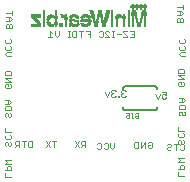
<source format=gbo>
G75*
%MOIN*%
%OFA0B0*%
%FSLAX24Y24*%
%IPPOS*%
%LPD*%
%AMOC8*
5,1,8,0,0,1.08239X$1,22.5*
%
%ADD10C,0.0040*%
%ADD11C,0.0020*%
%ADD12R,0.0042X0.0007*%
%ADD13R,0.0035X0.0007*%
%ADD14R,0.0028X0.0007*%
%ADD15R,0.0099X0.0007*%
%ADD16R,0.0106X0.0007*%
%ADD17R,0.0092X0.0007*%
%ADD18R,0.0120X0.0007*%
%ADD19R,0.0113X0.0007*%
%ADD20R,0.0085X0.0007*%
%ADD21R,0.0333X0.0007*%
%ADD22R,0.0099X0.0007*%
%ADD23R,0.0106X0.0007*%
%ADD24R,0.0092X0.0007*%
%ADD25R,0.0163X0.0007*%
%ADD26R,0.0149X0.0007*%
%ADD27R,0.0092X0.0007*%
%ADD28R,0.0127X0.0007*%
%ADD29R,0.0333X0.0007*%
%ADD30R,0.0099X0.0007*%
%ADD31R,0.0106X0.0007*%
%ADD32R,0.0092X0.0007*%
%ADD33R,0.0113X0.0007*%
%ADD34R,0.0191X0.0007*%
%ADD35R,0.0177X0.0007*%
%ADD36R,0.0092X0.0007*%
%ADD37R,0.0149X0.0007*%
%ADD38R,0.0333X0.0007*%
%ADD39R,0.0120X0.0007*%
%ADD40R,0.0212X0.0007*%
%ADD41R,0.0191X0.0007*%
%ADD42R,0.0092X0.0007*%
%ADD43R,0.0177X0.0007*%
%ADD44R,0.0120X0.0007*%
%ADD45R,0.0234X0.0007*%
%ADD46R,0.0205X0.0007*%
%ADD47R,0.0099X0.0007*%
%ADD48R,0.0120X0.0007*%
%ADD49R,0.0092X0.0007*%
%ADD50R,0.0113X0.0007*%
%ADD51R,0.0120X0.0007*%
%ADD52R,0.0255X0.0007*%
%ADD53R,0.0220X0.0007*%
%ADD54R,0.0092X0.0007*%
%ADD55R,0.0106X0.0007*%
%ADD56R,0.0198X0.0007*%
%ADD57R,0.0333X0.0007*%
%ADD58R,0.0135X0.0007*%
%ADD59R,0.0127X0.0007*%
%ADD60R,0.0269X0.0007*%
%ADD61R,0.0326X0.0007*%
%ADD62R,0.0212X0.0007*%
%ADD63R,0.0135X0.0007*%
%ADD64R,0.0127X0.0007*%
%ADD65R,0.0127X0.0007*%
%ADD66R,0.0283X0.0007*%
%ADD67R,0.0333X0.0007*%
%ADD68R,0.0227X0.0007*%
%ADD69R,0.0135X0.0007*%
%ADD70R,0.0127X0.0007*%
%ADD71R,0.0290X0.0007*%
%ADD72R,0.0333X0.0007*%
%ADD73R,0.0135X0.0007*%
%ADD74R,0.0297X0.0007*%
%ADD75R,0.0340X0.0007*%
%ADD76R,0.0149X0.0007*%
%ADD77R,0.0135X0.0007*%
%ADD78R,0.0142X0.0007*%
%ADD79R,0.0312X0.0007*%
%ADD80R,0.0156X0.0007*%
%ADD81R,0.0340X0.0007*%
%ADD82R,0.0142X0.0007*%
%ADD83R,0.0120X0.0007*%
%ADD84R,0.0142X0.0007*%
%ADD85R,0.0326X0.0007*%
%ADD86R,0.0149X0.0007*%
%ADD87R,0.0142X0.0007*%
%ADD88R,0.0106X0.0007*%
%ADD89R,0.0127X0.0007*%
%ADD90R,0.0135X0.0007*%
%ADD91R,0.0113X0.0007*%
%ADD92R,0.0163X0.0007*%
%ADD93R,0.0163X0.0007*%
%ADD94R,0.0156X0.0007*%
%ADD95R,0.0113X0.0007*%
%ADD96R,0.0120X0.0007*%
%ADD97R,0.0163X0.0007*%
%ADD98R,0.0163X0.0007*%
%ADD99R,0.0085X0.0007*%
%ADD100R,0.0170X0.0007*%
%ADD101R,0.0177X0.0007*%
%ADD102R,0.0085X0.0007*%
%ADD103R,0.0078X0.0007*%
%ADD104R,0.0177X0.0007*%
%ADD105R,0.0106X0.0007*%
%ADD106R,0.0113X0.0007*%
%ADD107R,0.0085X0.0007*%
%ADD108R,0.0177X0.0007*%
%ADD109R,0.0085X0.0007*%
%ADD110R,0.0177X0.0007*%
%ADD111R,0.0177X0.0007*%
%ADD112R,0.0099X0.0007*%
%ADD113R,0.0184X0.0007*%
%ADD114R,0.0099X0.0007*%
%ADD115R,0.0368X0.0007*%
%ADD116R,0.0191X0.0007*%
%ADD117R,0.0368X0.0007*%
%ADD118R,0.0163X0.0007*%
%ADD119R,0.0184X0.0007*%
%ADD120R,0.0368X0.0007*%
%ADD121R,0.0290X0.0007*%
%ADD122R,0.0113X0.0007*%
%ADD123R,0.0085X0.0007*%
%ADD124R,0.0368X0.0007*%
%ADD125R,0.0276X0.0007*%
%ADD126R,0.0361X0.0007*%
%ADD127R,0.0255X0.0007*%
%ADD128R,0.0085X0.0007*%
%ADD129R,0.0361X0.0007*%
%ADD130R,0.0220X0.0007*%
%ADD131R,0.0361X0.0007*%
%ADD132R,0.0099X0.0007*%
%ADD133R,0.0106X0.0007*%
%ADD134R,0.0106X0.0007*%
%ADD135R,0.0120X0.0007*%
%ADD136R,0.0219X0.0007*%
%ADD137R,0.0142X0.0007*%
%ADD138R,0.0219X0.0007*%
%ADD139R,0.0312X0.0007*%
%ADD140R,0.0219X0.0007*%
%ADD141R,0.0347X0.0007*%
%ADD142R,0.0312X0.0007*%
%ADD143R,0.0304X0.0007*%
%ADD144R,0.0340X0.0007*%
%ADD145R,0.0312X0.0007*%
%ADD146R,0.0234X0.0007*%
%ADD147R,0.0297X0.0007*%
%ADD148R,0.0219X0.0007*%
%ADD149R,0.0312X0.0007*%
%ADD150R,0.0227X0.0007*%
%ADD151R,0.0283X0.0007*%
%ADD152R,0.0290X0.0007*%
%ADD153R,0.0269X0.0007*%
%ADD154R,0.0205X0.0007*%
%ADD155R,0.0184X0.0007*%
%ADD156R,0.0255X0.0007*%
%ADD157R,0.0198X0.0007*%
%ADD158R,0.0191X0.0007*%
%ADD159R,0.0184X0.0007*%
%ADD160R,0.0241X0.0007*%
%ADD161R,0.0255X0.0007*%
%ADD162R,0.0191X0.0007*%
%ADD163R,0.0198X0.0007*%
%ADD164R,0.0184X0.0007*%
%ADD165R,0.0234X0.0007*%
%ADD166R,0.0212X0.0007*%
%ADD167R,0.0184X0.0007*%
%ADD168R,0.0170X0.0007*%
%ADD169R,0.0170X0.0007*%
%ADD170R,0.0156X0.0007*%
%ADD171R,0.0035X0.0007*%
%ADD172R,0.0170X0.0007*%
%ADD173R,0.0042X0.0007*%
%ADD174R,0.0064X0.0007*%
%ADD175R,0.0028X0.0007*%
%ADD176R,0.0035X0.0007*%
%ADD177R,0.0156X0.0007*%
%ADD178R,0.0177X0.0007*%
%ADD179R,0.0170X0.0007*%
%ADD180R,0.0028X0.0007*%
%ADD181R,0.0028X0.0007*%
%ADD182R,0.0057X0.0007*%
%ADD183R,0.0057X0.0007*%
%ADD184R,0.0042X0.0007*%
%ADD185R,0.0043X0.0007*%
%ADD186R,0.0050X0.0007*%
%ADD187R,0.0050X0.0007*%
%ADD188R,0.0043X0.0007*%
%ADD189R,0.0043X0.0007*%
%ADD190R,0.0035X0.0007*%
%ADD191R,0.0035X0.0007*%
%ADD192R,0.0078X0.0007*%
%ADD193R,0.0064X0.0007*%
%ADD194C,0.0080*%
%ADD195C,0.0010*%
D10*
X001444Y000550D02*
X001444Y000684D01*
X001444Y000771D02*
X001644Y000771D01*
X001644Y000871D01*
X001611Y000905D01*
X001544Y000905D01*
X001511Y000871D01*
X001511Y000771D01*
X001444Y000550D02*
X001644Y000550D01*
X001644Y000992D02*
X001444Y000992D01*
X001511Y001059D01*
X001444Y001126D01*
X001644Y001126D01*
X001770Y001539D02*
X001836Y001605D01*
X001803Y001605D02*
X001903Y001605D01*
X001903Y001539D02*
X001903Y001739D01*
X001803Y001739D01*
X001770Y001705D01*
X001770Y001639D01*
X001803Y001605D01*
X001636Y001631D02*
X001603Y001598D01*
X001570Y001598D01*
X001536Y001631D01*
X001536Y001698D01*
X001503Y001731D01*
X001470Y001731D01*
X001436Y001698D01*
X001436Y001631D01*
X001470Y001598D01*
X001636Y001631D02*
X001636Y001698D01*
X001603Y001731D01*
X001603Y001819D02*
X001470Y001819D01*
X001436Y001852D01*
X001436Y001919D01*
X001470Y001952D01*
X001436Y002040D02*
X001436Y002173D01*
X001436Y002040D02*
X001636Y002040D01*
X001603Y001952D02*
X001636Y001919D01*
X001636Y001852D01*
X001603Y001819D01*
X001991Y001739D02*
X002124Y001739D01*
X002057Y001739D02*
X002057Y001539D01*
X002212Y001572D02*
X002212Y001705D01*
X002245Y001739D01*
X002345Y001739D01*
X002345Y001539D01*
X002245Y001539D01*
X002212Y001572D01*
X002790Y001539D02*
X002923Y001739D01*
X003011Y001739D02*
X003144Y001739D01*
X003078Y001739D02*
X003078Y001539D01*
X002923Y001539D02*
X002790Y001739D01*
X003754Y001739D02*
X003888Y001539D01*
X003975Y001539D02*
X004042Y001605D01*
X004009Y001605D02*
X004109Y001605D01*
X004109Y001539D02*
X004109Y001739D01*
X004009Y001739D01*
X003975Y001705D01*
X003975Y001639D01*
X004009Y001605D01*
X003888Y001739D02*
X003754Y001539D01*
X004498Y001521D02*
X004531Y001487D01*
X004598Y001487D01*
X004631Y001521D01*
X004631Y001654D01*
X004598Y001688D01*
X004531Y001688D01*
X004498Y001654D01*
X004719Y001654D02*
X004752Y001688D01*
X004819Y001688D01*
X004852Y001654D01*
X004852Y001521D01*
X004819Y001487D01*
X004752Y001487D01*
X004719Y001521D01*
X004940Y001554D02*
X004940Y001688D01*
X005073Y001688D02*
X005073Y001554D01*
X005007Y001487D01*
X004940Y001554D01*
X005746Y001568D02*
X005746Y001701D01*
X005779Y001735D01*
X005879Y001735D01*
X005879Y001535D01*
X005779Y001535D01*
X005746Y001568D01*
X005967Y001535D02*
X005967Y001735D01*
X006100Y001735D02*
X005967Y001535D01*
X006100Y001535D02*
X006100Y001735D01*
X006188Y001701D02*
X006221Y001735D01*
X006288Y001735D01*
X006321Y001701D01*
X006321Y001568D01*
X006288Y001535D01*
X006221Y001535D01*
X006188Y001568D01*
X006188Y001635D01*
X006255Y001635D01*
X006829Y001635D02*
X006862Y001668D01*
X006929Y001668D01*
X006962Y001635D01*
X006962Y001601D01*
X006929Y001568D01*
X006862Y001568D01*
X006829Y001534D01*
X006829Y001501D01*
X006862Y001468D01*
X006929Y001468D01*
X006962Y001501D01*
X007116Y001468D02*
X007116Y001668D01*
X007050Y001668D02*
X007183Y001668D01*
X007204Y001690D02*
X007237Y001657D01*
X007271Y001635D02*
X007304Y001668D01*
X007371Y001668D01*
X007404Y001635D01*
X007404Y001501D01*
X007371Y001468D01*
X007304Y001468D01*
X007271Y001501D01*
X007337Y001657D02*
X007304Y001690D01*
X007304Y001757D01*
X007271Y001790D01*
X007237Y001790D01*
X007204Y001757D01*
X007204Y001690D01*
X007337Y001657D02*
X007371Y001657D01*
X007404Y001690D01*
X007404Y001757D01*
X007371Y001790D01*
X007371Y001878D02*
X007237Y001878D01*
X007204Y001911D01*
X007204Y001978D01*
X007237Y002011D01*
X007204Y002099D02*
X007204Y002232D01*
X007204Y002099D02*
X007404Y002099D01*
X007371Y002011D02*
X007404Y001978D01*
X007404Y001911D01*
X007371Y001878D01*
X007404Y001169D02*
X007204Y001169D01*
X007271Y001102D01*
X007204Y001036D01*
X007404Y001036D01*
X007371Y000948D02*
X007304Y000948D01*
X007271Y000915D01*
X007271Y000815D01*
X007204Y000815D02*
X007404Y000815D01*
X007404Y000915D01*
X007371Y000948D01*
X007204Y000727D02*
X007204Y000594D01*
X007404Y000594D01*
X007410Y002602D02*
X007377Y002602D01*
X007343Y002635D01*
X007343Y002702D01*
X007310Y002735D01*
X007277Y002735D01*
X007243Y002702D01*
X007243Y002635D01*
X007277Y002602D01*
X007410Y002602D02*
X007443Y002635D01*
X007443Y002702D01*
X007410Y002735D01*
X007443Y002823D02*
X007243Y002823D01*
X007243Y002923D01*
X007277Y002956D01*
X007410Y002956D01*
X007443Y002923D01*
X007443Y002823D01*
X007377Y003044D02*
X007243Y003044D01*
X007343Y003044D02*
X007343Y003177D01*
X007377Y003177D02*
X007243Y003177D01*
X007377Y003177D02*
X007443Y003110D01*
X007377Y003044D01*
X007371Y003586D02*
X007237Y003586D01*
X007204Y003619D01*
X007204Y003686D01*
X007237Y003719D01*
X007304Y003719D01*
X007304Y003653D01*
X007371Y003719D02*
X007404Y003686D01*
X007404Y003619D01*
X007371Y003586D01*
X007404Y003807D02*
X007204Y003807D01*
X007204Y003940D02*
X007404Y003940D01*
X007404Y004028D02*
X007404Y004128D01*
X007371Y004161D01*
X007237Y004161D01*
X007204Y004128D01*
X007204Y004028D01*
X007404Y004028D01*
X007204Y003940D02*
X007404Y003807D01*
X007443Y004570D02*
X007310Y004570D01*
X007243Y004637D01*
X007310Y004704D01*
X007443Y004704D01*
X007410Y004791D02*
X007277Y004791D01*
X007243Y004824D01*
X007243Y004891D01*
X007277Y004925D01*
X007277Y005012D02*
X007243Y005045D01*
X007243Y005112D01*
X007277Y005146D01*
X007410Y005146D02*
X007443Y005112D01*
X007443Y005045D01*
X007410Y005012D01*
X007277Y005012D01*
X007410Y004925D02*
X007443Y004891D01*
X007443Y004824D01*
X007410Y004791D01*
X007380Y005720D02*
X007180Y005720D01*
X007180Y005820D01*
X007214Y005853D01*
X007247Y005853D01*
X007280Y005820D01*
X007280Y005720D01*
X007280Y005820D02*
X007314Y005853D01*
X007347Y005853D01*
X007380Y005820D01*
X007380Y005720D01*
X007314Y005941D02*
X007180Y005941D01*
X007280Y005941D02*
X007280Y006074D01*
X007314Y006074D02*
X007180Y006074D01*
X007314Y006074D02*
X007380Y006007D01*
X007314Y005941D01*
X007380Y006162D02*
X007380Y006295D01*
X007380Y006228D02*
X007180Y006228D01*
X005724Y005422D02*
X005724Y005222D01*
X005590Y005222D01*
X005503Y005222D02*
X005369Y005222D01*
X005282Y005322D02*
X005148Y005322D01*
X005061Y005222D02*
X004994Y005222D01*
X005027Y005222D02*
X005027Y005422D01*
X004994Y005422D02*
X005061Y005422D01*
X004914Y005389D02*
X004880Y005422D01*
X004813Y005422D01*
X004780Y005389D01*
X004780Y005355D01*
X004914Y005222D01*
X004780Y005222D01*
X004693Y005255D02*
X004659Y005222D01*
X004592Y005222D01*
X004559Y005255D01*
X004693Y005255D02*
X004693Y005389D01*
X004659Y005422D01*
X004592Y005422D01*
X004559Y005389D01*
X004251Y005422D02*
X004251Y005222D01*
X004251Y005322D02*
X004184Y005322D01*
X004251Y005422D02*
X004117Y005422D01*
X004030Y005422D02*
X003896Y005422D01*
X003963Y005422D02*
X003963Y005222D01*
X003809Y005222D02*
X003708Y005222D01*
X003675Y005255D01*
X003675Y005389D01*
X003708Y005422D01*
X003809Y005422D01*
X003809Y005222D01*
X003588Y005222D02*
X003521Y005222D01*
X003554Y005222D02*
X003554Y005422D01*
X003521Y005422D02*
X003588Y005422D01*
X003219Y005422D02*
X003219Y005288D01*
X003153Y005222D01*
X003086Y005288D01*
X003086Y005422D01*
X002998Y005355D02*
X002932Y005422D01*
X002932Y005222D01*
X002998Y005222D02*
X002865Y005222D01*
X001664Y005519D02*
X001664Y005619D01*
X001631Y005653D01*
X001597Y005653D01*
X001564Y005619D01*
X001564Y005519D01*
X001464Y005519D02*
X001464Y005619D01*
X001497Y005653D01*
X001531Y005653D01*
X001564Y005619D01*
X001464Y005519D02*
X001664Y005519D01*
X001597Y005740D02*
X001464Y005740D01*
X001564Y005740D02*
X001564Y005874D01*
X001597Y005874D02*
X001464Y005874D01*
X001597Y005874D02*
X001664Y005807D01*
X001597Y005740D01*
X001664Y005961D02*
X001664Y006095D01*
X001664Y006028D02*
X001464Y006028D01*
X001474Y005148D02*
X001440Y005115D01*
X001440Y005048D01*
X001474Y005014D01*
X001607Y005014D01*
X001640Y005048D01*
X001640Y005115D01*
X001607Y005148D01*
X001607Y004927D02*
X001640Y004894D01*
X001640Y004827D01*
X001607Y004793D01*
X001474Y004793D01*
X001440Y004827D01*
X001440Y004894D01*
X001474Y004927D01*
X001507Y004706D02*
X001440Y004639D01*
X001507Y004572D01*
X001640Y004572D01*
X001640Y004706D02*
X001507Y004706D01*
X001477Y004079D02*
X001611Y004079D01*
X001644Y004045D01*
X001644Y003945D01*
X001444Y003945D01*
X001444Y004045D01*
X001477Y004079D01*
X001444Y003858D02*
X001644Y003858D01*
X001644Y003724D02*
X001444Y003724D01*
X001477Y003637D02*
X001544Y003637D01*
X001544Y003570D01*
X001477Y003637D02*
X001444Y003603D01*
X001444Y003537D01*
X001477Y003503D01*
X001611Y003503D01*
X001644Y003537D01*
X001644Y003603D01*
X001611Y003637D01*
X001644Y003724D02*
X001444Y003858D01*
X001444Y003134D02*
X001578Y003134D01*
X001644Y003067D01*
X001578Y003000D01*
X001444Y003000D01*
X001544Y003000D02*
X001544Y003134D01*
X001477Y002913D02*
X001444Y002879D01*
X001444Y002779D01*
X001644Y002779D01*
X001644Y002879D01*
X001611Y002913D01*
X001477Y002913D01*
X001477Y002692D02*
X001444Y002658D01*
X001444Y002592D01*
X001477Y002558D01*
X001544Y002592D02*
X001544Y002658D01*
X001511Y002692D01*
X001477Y002692D01*
X001544Y002592D02*
X001578Y002558D01*
X001611Y002558D01*
X001644Y002592D01*
X001644Y002658D01*
X001611Y002692D01*
X005369Y005389D02*
X005369Y005422D01*
X005503Y005422D01*
X005590Y005422D02*
X005724Y005422D01*
X005724Y005322D02*
X005657Y005322D01*
X005503Y005255D02*
X005503Y005222D01*
X005503Y005255D02*
X005369Y005389D01*
D11*
X005339Y003446D02*
X005303Y003409D01*
X005303Y003372D01*
X005339Y003336D01*
X005303Y003299D01*
X005303Y003262D01*
X005339Y003225D01*
X005413Y003225D01*
X005450Y003262D01*
X005376Y003336D02*
X005339Y003336D01*
X005450Y003409D02*
X005413Y003446D01*
X005339Y003446D01*
X005118Y003409D02*
X005081Y003446D01*
X005008Y003446D01*
X004971Y003409D01*
X004971Y003372D01*
X005008Y003336D01*
X004971Y003299D01*
X004971Y003262D01*
X005008Y003225D01*
X005081Y003225D01*
X005118Y003262D01*
X005192Y003262D02*
X005192Y003225D01*
X005229Y003225D01*
X005229Y003262D01*
X005192Y003262D01*
X005045Y003336D02*
X005008Y003336D01*
X004897Y003372D02*
X004824Y003225D01*
X004750Y003372D01*
X006444Y003313D02*
X006517Y003166D01*
X006591Y003313D01*
X006665Y003276D02*
X006665Y003203D01*
X006702Y003166D01*
X006775Y003166D01*
X006812Y003203D01*
X006812Y003276D02*
X006738Y003313D01*
X006702Y003313D01*
X006665Y003276D01*
X006812Y003276D02*
X006812Y003387D01*
X006665Y003387D01*
D12*
X004110Y005546D03*
X005647Y006198D03*
X005661Y006240D03*
X005732Y006198D03*
X005732Y006190D03*
X005782Y006198D03*
X005796Y006240D03*
X005866Y006198D03*
X005866Y006190D03*
X005916Y006198D03*
X005930Y006240D03*
X005959Y006141D03*
X006093Y006141D03*
X006136Y006190D03*
X006136Y006198D03*
X006065Y006240D03*
X005824Y006141D03*
X005689Y006141D03*
D13*
X006097Y006290D03*
X003781Y005546D03*
D14*
X003310Y005950D03*
X002985Y005546D03*
D15*
X002985Y005553D03*
X002871Y005702D03*
X002871Y005716D03*
X002871Y005751D03*
X002871Y005766D03*
X002878Y005815D03*
X002730Y005815D03*
X002730Y005801D03*
X002730Y005766D03*
X002730Y005751D03*
X002730Y005716D03*
X002730Y005702D03*
X002730Y005666D03*
X002730Y005652D03*
X002730Y005624D03*
X002730Y005603D03*
X002730Y005574D03*
X002730Y005553D03*
X002730Y005843D03*
X002730Y005865D03*
X002730Y005893D03*
X002730Y005914D03*
X002730Y005992D03*
X002730Y006021D03*
X002730Y006042D03*
X002730Y006070D03*
X003140Y005801D03*
X003466Y005766D03*
X003466Y005751D03*
X003466Y005716D03*
X003466Y005702D03*
X003466Y005666D03*
X003466Y005652D03*
X003466Y005624D03*
X003466Y005603D03*
X003466Y005574D03*
X003466Y005553D03*
X003615Y005702D03*
X003615Y005716D03*
X003615Y005815D03*
X003615Y005843D03*
X003841Y005843D03*
X003990Y005801D03*
X004004Y005843D03*
X003990Y005666D03*
X003997Y005652D03*
X003848Y005702D03*
X004238Y005666D03*
X004245Y005801D03*
X004245Y005815D03*
X004372Y005843D03*
X004379Y005815D03*
X004387Y005801D03*
X004394Y005766D03*
X004401Y005751D03*
X004521Y005801D03*
X004535Y005865D03*
X004783Y005751D03*
X004726Y005553D03*
X004457Y005553D03*
X005151Y005553D03*
X005151Y005574D03*
X005151Y005603D03*
X005151Y005624D03*
X005151Y005652D03*
X005151Y005666D03*
X005151Y005702D03*
X005151Y005716D03*
X005151Y005751D03*
X005151Y005766D03*
X005151Y005801D03*
X005151Y005815D03*
X005399Y005815D03*
X005399Y005801D03*
X005548Y005801D03*
X005548Y005815D03*
X005548Y005843D03*
X005548Y005865D03*
X005548Y005893D03*
X005548Y005914D03*
X005548Y005992D03*
X005548Y006021D03*
X005548Y006042D03*
X005548Y006070D03*
X005697Y005893D03*
X005697Y005865D03*
X005697Y005843D03*
X005697Y005815D03*
X005697Y005801D03*
X005697Y005766D03*
X005697Y005751D03*
X005697Y005716D03*
X005697Y005702D03*
X005697Y005666D03*
X005697Y005652D03*
X005697Y005624D03*
X005697Y005603D03*
X005697Y005574D03*
X005697Y005553D03*
X005548Y005553D03*
X005548Y005574D03*
X005548Y005603D03*
X005548Y005624D03*
X005548Y005652D03*
X005548Y005666D03*
X005548Y005702D03*
X005548Y005716D03*
X005548Y005751D03*
X005548Y005766D03*
X006100Y005766D03*
X006100Y005751D03*
X006100Y005716D03*
X006100Y005702D03*
X006100Y005666D03*
X006100Y005652D03*
X006100Y005624D03*
X006100Y005603D03*
X006100Y005574D03*
X006100Y005553D03*
X006100Y005801D03*
X006100Y005815D03*
X006100Y005843D03*
X006100Y005865D03*
X006100Y005893D03*
D16*
X005898Y005553D03*
X005162Y005843D03*
X004829Y005914D03*
X004822Y005893D03*
X004815Y005865D03*
X004808Y005843D03*
X004801Y005815D03*
X004787Y005766D03*
X004836Y005943D03*
X004369Y005865D03*
X004362Y005893D03*
X004355Y005914D03*
X004234Y005843D03*
X004234Y005652D03*
X004333Y005992D03*
X004326Y006021D03*
X004319Y006042D03*
X004312Y006070D03*
X003618Y005801D03*
X003618Y005666D03*
X003349Y005914D03*
X003137Y005815D03*
X003137Y005666D03*
X003285Y005652D03*
X003285Y005624D03*
X003285Y005603D03*
X003285Y005574D03*
X003285Y005553D03*
X002882Y005666D03*
D17*
X003144Y005702D03*
X003144Y005716D03*
X003144Y005751D03*
X003144Y005766D03*
X003144Y005893D03*
X003144Y005914D03*
X003144Y005943D03*
X003144Y005992D03*
X003144Y006021D03*
X003144Y006042D03*
X003144Y006070D03*
X003470Y005914D03*
X003470Y005893D03*
X003852Y005815D03*
X003994Y005815D03*
X004249Y005702D03*
X004510Y005751D03*
X004510Y005766D03*
X004525Y005815D03*
X004532Y005843D03*
X004652Y005843D03*
X004659Y005815D03*
X004673Y005751D03*
X005006Y005751D03*
X005006Y005766D03*
X005006Y005801D03*
X005006Y005815D03*
X005006Y005843D03*
X005006Y005865D03*
X005006Y005893D03*
X005006Y005914D03*
X005006Y005992D03*
X005006Y006021D03*
X005006Y006042D03*
X005006Y006070D03*
X005403Y005914D03*
X005403Y005893D03*
X005403Y005766D03*
X005403Y005751D03*
X005403Y005716D03*
X005403Y005702D03*
X005403Y005666D03*
X005403Y005652D03*
X005403Y005624D03*
X005403Y005603D03*
X005403Y005574D03*
X005403Y005553D03*
X005006Y005553D03*
X005006Y005574D03*
X005006Y005603D03*
X005006Y005624D03*
X005006Y005652D03*
X005006Y005666D03*
X005006Y005702D03*
X005006Y005716D03*
X005693Y006169D03*
X005962Y006169D03*
X006097Y006169D03*
X005997Y005893D03*
X005990Y005865D03*
X005983Y005843D03*
X005962Y005766D03*
X005962Y005751D03*
X005948Y005702D03*
X005835Y005751D03*
X005806Y005865D03*
X005799Y005893D03*
X003144Y005603D03*
X003144Y005574D03*
X003144Y005553D03*
D18*
X003130Y005652D03*
X003130Y005843D03*
X003356Y005893D03*
X004114Y005943D03*
X004213Y005865D03*
X004114Y005553D03*
X002429Y005801D03*
D19*
X002461Y005766D03*
X002517Y005702D03*
X002560Y005652D03*
X002892Y005652D03*
X002892Y005843D03*
X003622Y005652D03*
X003785Y005553D03*
X003848Y005624D03*
X003834Y005716D03*
X003827Y005865D03*
X004457Y005574D03*
X004726Y005574D03*
X004854Y006021D03*
X004861Y006042D03*
X004868Y006070D03*
X005392Y005843D03*
D20*
X005824Y005801D03*
X005831Y005766D03*
X005973Y005801D03*
X003608Y005553D03*
D21*
X002478Y005553D03*
X002478Y005574D03*
X002478Y005603D03*
X002478Y005624D03*
D22*
X002730Y005610D03*
X002730Y005659D03*
X002730Y005709D03*
X002730Y005759D03*
X002730Y005808D03*
X002730Y005858D03*
X002730Y005907D03*
X002730Y006028D03*
X002730Y006077D03*
X002878Y005808D03*
X002871Y005759D03*
X002871Y005709D03*
X002730Y005560D03*
X003140Y005808D03*
X003466Y005759D03*
X003466Y005709D03*
X003466Y005659D03*
X003466Y005610D03*
X003466Y005560D03*
X003615Y005709D03*
X003615Y005808D03*
X003834Y005858D03*
X003990Y005808D03*
X003997Y005659D03*
X004238Y005659D03*
X004245Y005808D03*
X004372Y005858D03*
X004358Y005907D03*
X004387Y005808D03*
X004457Y005560D03*
X004726Y005560D03*
X004783Y005759D03*
X004797Y005808D03*
X004811Y005858D03*
X005151Y005808D03*
X005151Y005759D03*
X005151Y005709D03*
X005151Y005659D03*
X005151Y005610D03*
X005151Y005560D03*
X005399Y005808D03*
X005548Y005808D03*
X005548Y005759D03*
X005548Y005709D03*
X005548Y005659D03*
X005548Y005610D03*
X005548Y005560D03*
X005697Y005560D03*
X005697Y005610D03*
X005697Y005659D03*
X005697Y005709D03*
X005697Y005759D03*
X005697Y005808D03*
X005697Y005858D03*
X005548Y005858D03*
X005548Y005907D03*
X005548Y006028D03*
X005548Y006077D03*
X006100Y005858D03*
X006100Y005808D03*
X006100Y005759D03*
X006100Y005709D03*
X006100Y005659D03*
X006100Y005610D03*
X006100Y005560D03*
D23*
X005898Y005560D03*
X004822Y005907D03*
X004857Y006028D03*
X004326Y006028D03*
X004015Y005858D03*
X003845Y005709D03*
X003618Y005659D03*
X003625Y005858D03*
X003285Y005610D03*
X003285Y005560D03*
X002889Y005659D03*
D24*
X003144Y005709D03*
X003144Y005759D03*
X003144Y005907D03*
X003144Y006028D03*
X003144Y006077D03*
X003470Y005907D03*
X003144Y005560D03*
X004510Y005759D03*
X004525Y005808D03*
X004532Y005858D03*
X004659Y005808D03*
X005006Y005808D03*
X005006Y005759D03*
X005006Y005709D03*
X005006Y005659D03*
X005006Y005610D03*
X005006Y005560D03*
X005403Y005560D03*
X005403Y005610D03*
X005403Y005659D03*
X005403Y005709D03*
X005403Y005759D03*
X005403Y005907D03*
X005006Y005907D03*
X005006Y005858D03*
X005006Y006028D03*
X005006Y006077D03*
X005806Y005858D03*
X005820Y005808D03*
X005948Y005709D03*
X005962Y005759D03*
X005990Y005858D03*
D25*
X005728Y006028D03*
X004114Y005560D03*
D26*
X003781Y005560D03*
D27*
X003611Y005560D03*
X003859Y005659D03*
X004397Y005759D03*
X005976Y005808D03*
D28*
X004592Y006028D03*
X004457Y005610D03*
X002985Y005560D03*
D29*
X003023Y005610D03*
X002478Y005610D03*
X002478Y005560D03*
D30*
X002730Y005567D03*
X002730Y005581D03*
X002730Y005596D03*
X002730Y005617D03*
X002730Y005631D03*
X002730Y005645D03*
X002730Y005674D03*
X002730Y005681D03*
X002730Y005695D03*
X002730Y005723D03*
X002730Y005737D03*
X002730Y005744D03*
X002730Y005773D03*
X002730Y005787D03*
X002730Y005794D03*
X002730Y005822D03*
X002730Y005836D03*
X002730Y005851D03*
X002730Y005872D03*
X002730Y005886D03*
X002730Y005900D03*
X002730Y005921D03*
X002730Y005936D03*
X002730Y005985D03*
X002730Y005999D03*
X002730Y006013D03*
X002730Y006035D03*
X002730Y006049D03*
X002730Y006063D03*
X002871Y005794D03*
X002871Y005787D03*
X002871Y005773D03*
X002871Y005744D03*
X002871Y005737D03*
X002871Y005723D03*
X002878Y005681D03*
X003140Y005681D03*
X003140Y005695D03*
X003140Y005794D03*
X003346Y005921D03*
X003466Y005794D03*
X003466Y005787D03*
X003466Y005773D03*
X003466Y005744D03*
X003466Y005737D03*
X003466Y005723D03*
X003466Y005695D03*
X003466Y005681D03*
X003466Y005674D03*
X003466Y005645D03*
X003466Y005631D03*
X003466Y005617D03*
X003466Y005596D03*
X003466Y005581D03*
X003466Y005567D03*
X003615Y005674D03*
X003615Y005681D03*
X003615Y005695D03*
X003615Y005723D03*
X003615Y005822D03*
X003615Y005836D03*
X003622Y005851D03*
X003841Y005851D03*
X003990Y005794D03*
X003856Y005681D03*
X003856Y005645D03*
X004245Y005674D03*
X004245Y005681D03*
X004245Y005822D03*
X004365Y005872D03*
X004365Y005886D03*
X004358Y005900D03*
X004351Y005936D03*
X004344Y005964D03*
X004337Y005985D03*
X004330Y006013D03*
X004323Y006035D03*
X004316Y006063D03*
X004372Y005851D03*
X004379Y005836D03*
X004379Y005822D03*
X004387Y005794D03*
X004394Y005773D03*
X004401Y005744D03*
X004507Y005744D03*
X004514Y005773D03*
X004776Y005737D03*
X004790Y005787D03*
X004804Y005836D03*
X004819Y005886D03*
X005151Y005794D03*
X005151Y005787D03*
X005151Y005773D03*
X005151Y005744D03*
X005151Y005737D03*
X005151Y005723D03*
X005151Y005695D03*
X005151Y005681D03*
X005151Y005674D03*
X005151Y005645D03*
X005151Y005631D03*
X005151Y005617D03*
X005151Y005596D03*
X005151Y005581D03*
X005151Y005567D03*
X005399Y005794D03*
X005548Y005794D03*
X005548Y005787D03*
X005548Y005773D03*
X005548Y005744D03*
X005548Y005737D03*
X005548Y005723D03*
X005548Y005695D03*
X005548Y005681D03*
X005548Y005674D03*
X005548Y005645D03*
X005548Y005631D03*
X005548Y005617D03*
X005548Y005596D03*
X005548Y005581D03*
X005548Y005567D03*
X005697Y005567D03*
X005697Y005581D03*
X005697Y005596D03*
X005697Y005617D03*
X005697Y005631D03*
X005697Y005645D03*
X005697Y005674D03*
X005697Y005681D03*
X005697Y005695D03*
X005697Y005723D03*
X005697Y005737D03*
X005697Y005744D03*
X005697Y005773D03*
X005697Y005787D03*
X005697Y005794D03*
X005697Y005822D03*
X005697Y005836D03*
X005697Y005851D03*
X005697Y005872D03*
X005697Y005886D03*
X005697Y005900D03*
X005548Y005900D03*
X005548Y005886D03*
X005548Y005872D03*
X005548Y005851D03*
X005548Y005836D03*
X005548Y005822D03*
X005548Y005921D03*
X005548Y005936D03*
X005548Y005985D03*
X005548Y005999D03*
X005548Y006013D03*
X005548Y006035D03*
X005548Y006049D03*
X005548Y006063D03*
X006100Y005900D03*
X006100Y005886D03*
X006100Y005872D03*
X006100Y005851D03*
X006100Y005836D03*
X006100Y005822D03*
X006100Y005794D03*
X006100Y005787D03*
X006100Y005773D03*
X006100Y005744D03*
X006100Y005737D03*
X006100Y005723D03*
X006100Y005695D03*
X006100Y005681D03*
X006100Y005674D03*
X006100Y005645D03*
X006100Y005631D03*
X006100Y005617D03*
X006100Y005596D03*
X006100Y005581D03*
X006100Y005567D03*
D31*
X005898Y005567D03*
X005396Y005822D03*
X005155Y005822D03*
X005155Y005836D03*
X004829Y005921D03*
X004829Y005936D03*
X004836Y005950D03*
X004850Y005999D03*
X004857Y006035D03*
X004865Y006063D03*
X004822Y005900D03*
X004815Y005872D03*
X004808Y005851D03*
X004801Y005822D03*
X004787Y005773D03*
X004780Y005744D03*
X004730Y005567D03*
X004227Y005645D03*
X004234Y005836D03*
X004227Y005851D03*
X004355Y005921D03*
X004341Y005971D03*
X004333Y005999D03*
X004319Y006049D03*
X004001Y005645D03*
X003852Y005631D03*
X003285Y005631D03*
X003285Y005617D03*
X003285Y005596D03*
X003285Y005581D03*
X003285Y005567D03*
X003285Y005645D03*
X003137Y005674D03*
X003137Y005822D03*
X002889Y005836D03*
X002882Y005822D03*
X002882Y005674D03*
D32*
X003144Y005723D03*
X003144Y005737D03*
X003144Y005744D03*
X003144Y005773D03*
X003144Y005787D03*
X003144Y005886D03*
X003144Y005900D03*
X003144Y005921D03*
X003144Y005936D03*
X003144Y005950D03*
X003144Y005964D03*
X003144Y005971D03*
X003144Y005985D03*
X003144Y005999D03*
X003144Y006013D03*
X003144Y006035D03*
X003144Y006049D03*
X003144Y006063D03*
X003470Y005936D03*
X003470Y005921D03*
X003470Y005900D03*
X003845Y005836D03*
X003994Y005822D03*
X004001Y005836D03*
X003986Y005787D03*
X003852Y005695D03*
X004249Y005695D03*
X004404Y005737D03*
X004390Y005787D03*
X004503Y005737D03*
X004518Y005787D03*
X004518Y005794D03*
X004525Y005822D03*
X004532Y005836D03*
X004532Y005851D03*
X004539Y005872D03*
X004539Y005886D03*
X004652Y005851D03*
X004652Y005836D03*
X004659Y005822D03*
X004666Y005787D03*
X005006Y005787D03*
X005006Y005794D03*
X005006Y005773D03*
X005006Y005744D03*
X005006Y005737D03*
X005006Y005723D03*
X005006Y005695D03*
X005006Y005681D03*
X005006Y005674D03*
X005006Y005645D03*
X005006Y005631D03*
X005006Y005617D03*
X005006Y005596D03*
X005006Y005581D03*
X005006Y005567D03*
X005006Y005822D03*
X005006Y005836D03*
X005006Y005851D03*
X005006Y005872D03*
X005006Y005886D03*
X005006Y005900D03*
X005006Y005921D03*
X005006Y005936D03*
X005006Y005985D03*
X005006Y005999D03*
X005006Y006013D03*
X005006Y006035D03*
X005006Y006049D03*
X005006Y006063D03*
X005403Y005936D03*
X005403Y005921D03*
X005403Y005900D03*
X005403Y005886D03*
X005403Y005787D03*
X005403Y005773D03*
X005403Y005744D03*
X005403Y005737D03*
X005403Y005723D03*
X005403Y005695D03*
X005403Y005681D03*
X005403Y005674D03*
X005403Y005645D03*
X005403Y005631D03*
X005403Y005617D03*
X005403Y005596D03*
X005403Y005581D03*
X005403Y005567D03*
X005813Y005836D03*
X005799Y005886D03*
X005983Y005851D03*
X005983Y005836D03*
X005990Y005872D03*
X005997Y005886D03*
X005997Y005900D03*
X005969Y005794D03*
X005969Y005787D03*
X005955Y005737D03*
X003144Y005596D03*
X003144Y005581D03*
X003144Y005567D03*
D33*
X003133Y005836D03*
X003622Y005794D03*
X004457Y005581D03*
X004457Y005567D03*
X004726Y005581D03*
X005165Y005851D03*
X005392Y005836D03*
X004854Y006013D03*
X004861Y006049D03*
X002567Y005645D03*
X002538Y005681D03*
X002411Y005822D03*
D34*
X002981Y005581D03*
X003767Y005744D03*
X004114Y005567D03*
X004454Y005723D03*
X004730Y005723D03*
X005743Y005921D03*
X006054Y005921D03*
X006054Y005936D03*
D35*
X006061Y005985D03*
X006061Y005999D03*
X005898Y005681D03*
X005898Y005674D03*
X004730Y005695D03*
X003781Y005567D03*
D36*
X003859Y005674D03*
X003611Y005737D03*
X003611Y005744D03*
X003611Y005581D03*
X003611Y005567D03*
X002974Y005936D03*
X004645Y005886D03*
X004645Y005872D03*
X005976Y005822D03*
D37*
X005898Y005645D03*
X005898Y005631D03*
X004730Y005645D03*
X004454Y005645D03*
X003116Y005631D03*
X002981Y005567D03*
X002974Y005921D03*
D38*
X003023Y005617D03*
X002478Y005617D03*
X002478Y005596D03*
X002478Y005581D03*
X002478Y005567D03*
X005282Y005872D03*
D39*
X005898Y005574D03*
X004022Y005865D03*
X003632Y005865D03*
X002549Y005666D03*
X002507Y005716D03*
X002415Y005815D03*
X002393Y005843D03*
D40*
X004117Y005574D03*
D41*
X004454Y005716D03*
X004588Y005893D03*
X003781Y005574D03*
X005743Y005914D03*
X006054Y005943D03*
D42*
X005976Y005815D03*
X005828Y006169D03*
X004645Y005865D03*
X003859Y005666D03*
X003859Y005652D03*
X003611Y005574D03*
D43*
X002981Y005574D03*
X002974Y005914D03*
X004454Y005702D03*
X005233Y005914D03*
D44*
X004730Y005596D03*
X003625Y005645D03*
X002896Y005645D03*
X002896Y005851D03*
X002542Y005674D03*
X002499Y005723D03*
X002457Y005773D03*
X002443Y005787D03*
X002400Y005836D03*
X005898Y005581D03*
D45*
X004114Y005581D03*
X002974Y005886D03*
D46*
X003781Y005581D03*
D47*
X003856Y005638D03*
X003856Y005688D03*
X003997Y005829D03*
X004238Y005829D03*
X004365Y005879D03*
X004351Y005928D03*
X004344Y005957D03*
X004337Y005978D03*
X004330Y006006D03*
X004379Y005829D03*
X004394Y005780D03*
X004245Y005688D03*
X004790Y005780D03*
X004804Y005829D03*
X005151Y005780D03*
X005151Y005730D03*
X005151Y005688D03*
X005151Y005638D03*
X005151Y005589D03*
X005548Y005589D03*
X005548Y005638D03*
X005548Y005688D03*
X005548Y005730D03*
X005548Y005780D03*
X005548Y005829D03*
X005548Y005879D03*
X005548Y005928D03*
X005548Y006006D03*
X005548Y006056D03*
X005697Y005879D03*
X005697Y005829D03*
X005697Y005780D03*
X005697Y005730D03*
X005697Y005688D03*
X005697Y005638D03*
X005697Y005589D03*
X006100Y005589D03*
X006100Y005638D03*
X006100Y005688D03*
X006100Y005730D03*
X006100Y005780D03*
X006100Y005829D03*
X006100Y005879D03*
X003615Y005829D03*
X003615Y005688D03*
X003466Y005688D03*
X003466Y005730D03*
X003466Y005780D03*
X003466Y005638D03*
X003466Y005589D03*
X003140Y005688D03*
X002878Y005688D03*
X002871Y005730D03*
X002871Y005780D03*
X002730Y005780D03*
X002730Y005829D03*
X002730Y005879D03*
X002730Y005928D03*
X002730Y006006D03*
X002730Y006056D03*
X002730Y005730D03*
X002730Y005688D03*
X002730Y005638D03*
X002730Y005589D03*
D48*
X002903Y005638D03*
X002492Y005730D03*
X002450Y005780D03*
X005898Y005589D03*
D49*
X005955Y005730D03*
X005969Y005780D03*
X005983Y005829D03*
X005990Y005879D03*
X005813Y005829D03*
X005403Y005780D03*
X005403Y005730D03*
X005403Y005688D03*
X005403Y005638D03*
X005403Y005589D03*
X005403Y005879D03*
X005403Y005928D03*
X005006Y005928D03*
X005006Y005879D03*
X005006Y005829D03*
X005006Y005780D03*
X005006Y005730D03*
X005006Y005688D03*
X005006Y005638D03*
X005006Y005589D03*
X004666Y005780D03*
X004518Y005780D03*
X004525Y005829D03*
X004539Y005879D03*
X005006Y006006D03*
X005006Y006056D03*
X005693Y006247D03*
X005962Y006247D03*
X006097Y006247D03*
X003845Y005829D03*
X003470Y005928D03*
X003342Y005928D03*
X003144Y005928D03*
X003144Y005957D03*
X003144Y005978D03*
X003144Y006006D03*
X003144Y006056D03*
X003144Y005780D03*
X003144Y005730D03*
X003144Y005589D03*
D50*
X003133Y005829D03*
X002404Y005829D03*
X004224Y005638D03*
X004726Y005589D03*
D51*
X004454Y005589D03*
X003455Y005829D03*
D52*
X004118Y005589D03*
D53*
X003781Y005589D03*
D54*
X003611Y005589D03*
X003611Y005730D03*
X004645Y005879D03*
X005828Y005780D03*
X005828Y006247D03*
D55*
X005396Y005829D03*
X005155Y005829D03*
X004829Y005928D03*
X004836Y005957D03*
X004850Y006006D03*
X004865Y006056D03*
X004815Y005879D03*
X004319Y006056D03*
X003285Y005638D03*
X003285Y005589D03*
X002882Y005829D03*
D56*
X002977Y005589D03*
D57*
X003023Y005879D03*
X002478Y005589D03*
D58*
X003632Y005787D03*
X005898Y005617D03*
X005898Y005596D03*
D59*
X005385Y005851D03*
X004592Y006035D03*
X004457Y005596D03*
X003820Y005723D03*
X003126Y005645D03*
X003126Y005851D03*
D60*
X003728Y005900D03*
X004117Y005596D03*
D61*
X003728Y005596D03*
D62*
X002977Y005596D03*
D63*
X005898Y005603D03*
D64*
X004726Y005603D03*
D65*
X004457Y005603D03*
X004592Y006021D03*
X004592Y006042D03*
D66*
X004117Y005603D03*
X003728Y005893D03*
D67*
X003732Y005603D03*
D68*
X004118Y005914D03*
X002977Y005603D03*
D69*
X005898Y005610D03*
D70*
X004726Y005610D03*
X002907Y005858D03*
D71*
X004114Y005610D03*
D72*
X003732Y005610D03*
D73*
X003448Y005836D03*
X002910Y005631D03*
X004454Y005617D03*
X004730Y005617D03*
D74*
X004117Y005617D03*
D75*
X003735Y005617D03*
D76*
X003441Y005843D03*
X004730Y005652D03*
X005721Y006070D03*
X005898Y005624D03*
D77*
X004730Y005624D03*
D78*
X004457Y005624D03*
X004592Y005992D03*
D79*
X004117Y005624D03*
D80*
X004457Y005652D03*
X003643Y005624D03*
X005725Y006042D03*
X006072Y006070D03*
D81*
X005279Y005865D03*
X003020Y005624D03*
D82*
X003728Y005936D03*
X004457Y005631D03*
X004726Y005631D03*
X004592Y005999D03*
X004592Y006013D03*
D83*
X004595Y006049D03*
X004213Y005631D03*
X004015Y005631D03*
X003356Y005900D03*
X002485Y005737D03*
X002478Y005744D03*
X002436Y005794D03*
X002386Y005851D03*
D84*
X003636Y005631D03*
D85*
X002475Y005631D03*
D86*
X004454Y005638D03*
X005898Y005638D03*
D87*
X004726Y005638D03*
X004592Y006006D03*
D88*
X004843Y005978D03*
X004008Y005638D03*
D89*
X003629Y005638D03*
D90*
X003123Y005638D03*
X002974Y005928D03*
X005233Y005928D03*
D91*
X004592Y006056D03*
X002574Y005638D03*
X002531Y005688D03*
D92*
X005898Y005666D03*
X005898Y005652D03*
D93*
X005898Y005659D03*
D94*
X004726Y005659D03*
X004457Y005659D03*
D95*
X004224Y005858D03*
X003353Y005907D03*
X003133Y005659D03*
X002510Y005709D03*
X002468Y005759D03*
D96*
X002556Y005659D03*
X005169Y005858D03*
D97*
X004730Y005666D03*
X004454Y005666D03*
X005728Y006021D03*
X006068Y006042D03*
D98*
X006068Y006049D03*
X006068Y006035D03*
X005728Y006035D03*
X005728Y006013D03*
X005233Y005921D03*
X004730Y005681D03*
X004730Y005674D03*
X004454Y005674D03*
X004454Y005681D03*
D99*
X004656Y005829D03*
X005803Y005879D03*
X005838Y005730D03*
X005852Y005688D03*
X005944Y005688D03*
D100*
X004726Y005688D03*
D101*
X004454Y005688D03*
X003654Y005780D03*
X005735Y005957D03*
X005735Y005978D03*
D102*
X005796Y005900D03*
X005803Y005872D03*
X005810Y005851D03*
X005817Y005822D03*
X005838Y005744D03*
X005838Y005737D03*
X005845Y005723D03*
X005944Y005695D03*
X005951Y005723D03*
X005959Y005744D03*
X005966Y005773D03*
X005959Y006162D03*
X006093Y006162D03*
X005689Y006162D03*
X004663Y005794D03*
X004670Y005773D03*
X004677Y005744D03*
X004677Y005737D03*
X003848Y005822D03*
D103*
X003335Y005936D03*
X005693Y006254D03*
X005693Y006261D03*
X005962Y006261D03*
X005962Y006254D03*
X006097Y006254D03*
X006097Y006261D03*
X005849Y005695D03*
D104*
X005735Y005964D03*
X005735Y005971D03*
X004588Y005921D03*
X004454Y005695D03*
D105*
X004348Y005950D03*
X004008Y005851D03*
X004794Y005794D03*
X004843Y005971D03*
X004843Y005985D03*
X005233Y005936D03*
X002875Y005695D03*
D106*
X002524Y005695D03*
X003459Y005822D03*
X004592Y006063D03*
X004840Y005964D03*
D107*
X004663Y005801D03*
X004670Y005766D03*
X005810Y005843D03*
X005817Y005815D03*
X005845Y005716D03*
X005845Y005702D03*
X005951Y005716D03*
D108*
X006061Y005992D03*
X004730Y005702D03*
D109*
X004670Y005759D03*
X005845Y005709D03*
D110*
X004730Y005709D03*
D111*
X004454Y005709D03*
D112*
X004252Y005709D03*
D113*
X004734Y005716D03*
X005739Y005943D03*
D114*
X004252Y005716D03*
D115*
X004117Y005723D03*
X004117Y005737D03*
X004117Y005744D03*
D116*
X004454Y005730D03*
X004730Y005730D03*
X006054Y005928D03*
D117*
X004117Y005730D03*
D118*
X003802Y005730D03*
X006068Y006056D03*
D119*
X006058Y005971D03*
X006058Y005964D03*
X006058Y005950D03*
X005739Y005950D03*
X005739Y005936D03*
X003785Y005737D03*
D120*
X004117Y005751D03*
D121*
X003710Y005751D03*
D122*
X003459Y005815D03*
X002475Y005751D03*
X004592Y006070D03*
X004847Y005992D03*
D123*
X004649Y005858D03*
X005831Y005759D03*
D124*
X004117Y005759D03*
D125*
X003703Y005759D03*
D126*
X004121Y005766D03*
D127*
X003693Y005766D03*
D128*
X005824Y005787D03*
X005824Y005794D03*
X005831Y005773D03*
X005824Y006162D03*
D129*
X004121Y005773D03*
D130*
X003675Y005773D03*
D131*
X004121Y005780D03*
D132*
X004252Y005787D03*
X004252Y005794D03*
D133*
X004348Y005943D03*
X004794Y005801D03*
X003463Y005801D03*
X002875Y005801D03*
D134*
X003463Y005808D03*
D135*
X002422Y005808D03*
D136*
X003406Y005851D03*
X003406Y005872D03*
X003406Y005886D03*
D137*
X003119Y005858D03*
X005378Y005858D03*
D138*
X003406Y005858D03*
D139*
X002475Y005858D03*
X002475Y005907D03*
D140*
X002974Y005893D03*
X003406Y005865D03*
X005233Y005893D03*
D141*
X003016Y005865D03*
D142*
X002475Y005865D03*
X002475Y005893D03*
X002475Y005914D03*
D143*
X003732Y005872D03*
X004121Y005872D03*
D144*
X003020Y005872D03*
D145*
X002475Y005872D03*
X002475Y005886D03*
X002475Y005900D03*
X002475Y005921D03*
X002475Y005936D03*
D146*
X005233Y005879D03*
D147*
X004117Y005879D03*
X003728Y005879D03*
D148*
X003406Y005879D03*
D149*
X002475Y005879D03*
X002475Y005928D03*
D150*
X005236Y005886D03*
D151*
X004117Y005886D03*
D152*
X003732Y005886D03*
D153*
X004117Y005893D03*
D154*
X005233Y005900D03*
X002974Y005900D03*
D155*
X004592Y005900D03*
D156*
X004118Y005900D03*
D157*
X006051Y005907D03*
D158*
X005743Y005907D03*
X005233Y005907D03*
D159*
X004592Y005907D03*
D160*
X004118Y005907D03*
D161*
X003728Y005907D03*
D162*
X002974Y005907D03*
D163*
X006051Y005914D03*
D164*
X004592Y005914D03*
D165*
X003732Y005914D03*
D166*
X003728Y005921D03*
X004117Y005921D03*
D167*
X004117Y005928D03*
X003728Y005928D03*
X005739Y005928D03*
X006058Y005957D03*
D168*
X006065Y006006D03*
X005732Y006006D03*
X004592Y005928D03*
D169*
X004592Y005936D03*
X004592Y005950D03*
X005732Y005985D03*
X005732Y005999D03*
X006065Y006013D03*
D170*
X006072Y006063D03*
X005725Y006063D03*
X005725Y006049D03*
X004592Y005985D03*
X004592Y005971D03*
X004592Y005964D03*
X004118Y005936D03*
D171*
X005233Y005943D03*
D172*
X005732Y005992D03*
X006065Y006021D03*
X004592Y005943D03*
D173*
X003728Y005943D03*
X005647Y006219D03*
X005689Y006283D03*
X005725Y006233D03*
X005732Y006219D03*
X005725Y006183D03*
X005689Y006134D03*
X005782Y006219D03*
X005789Y006233D03*
X005824Y006283D03*
X005859Y006233D03*
X005866Y006219D03*
X005859Y006183D03*
X005824Y006134D03*
X005916Y006219D03*
X005923Y006233D03*
X005959Y006283D03*
X005994Y006233D03*
X005994Y006183D03*
X005959Y006134D03*
X006093Y006134D03*
X006128Y006183D03*
X006128Y006233D03*
X006093Y006283D03*
X006058Y006233D03*
D174*
X005962Y006268D03*
X005828Y006268D03*
X005693Y006268D03*
X003328Y005943D03*
D175*
X002977Y005943D03*
D176*
X004114Y005950D03*
X005693Y006290D03*
X005828Y006290D03*
X005962Y006290D03*
D177*
X005725Y006056D03*
X004592Y005978D03*
X004592Y005957D03*
D178*
X006061Y005978D03*
D179*
X006065Y006028D03*
D180*
X006093Y006127D03*
X005959Y006127D03*
D181*
X005824Y006127D03*
X005689Y006127D03*
D182*
X005689Y006148D03*
X005824Y006148D03*
X005959Y006148D03*
X006093Y006148D03*
D183*
X006093Y006155D03*
X005959Y006155D03*
X005824Y006155D03*
X005689Y006155D03*
D184*
X005661Y006176D03*
X005718Y006176D03*
X005732Y006226D03*
X005689Y006275D03*
X005824Y006275D03*
X005866Y006226D03*
X005930Y006176D03*
X005987Y006176D03*
X006065Y006176D03*
X006121Y006176D03*
X006136Y006226D03*
X006093Y006275D03*
X005959Y006275D03*
X005796Y006176D03*
D185*
X005852Y006176D03*
X006001Y006226D03*
D186*
X006061Y006183D03*
X006139Y006219D03*
X005927Y006183D03*
X005792Y006183D03*
X005658Y006183D03*
D187*
X005651Y006190D03*
X005721Y006240D03*
X005785Y006190D03*
X005856Y006240D03*
X005920Y006190D03*
X005990Y006240D03*
X006054Y006190D03*
X006125Y006240D03*
D188*
X006051Y006198D03*
X006001Y006198D03*
X006001Y006190D03*
D189*
X006001Y006219D03*
X006051Y006219D03*
X005654Y006233D03*
D190*
X005651Y006226D03*
X006054Y006226D03*
D191*
X005920Y006226D03*
X005785Y006226D03*
D192*
X005828Y006254D03*
X005828Y006261D03*
D193*
X006097Y006268D03*
D194*
X006411Y003580D02*
X005461Y003580D01*
X005444Y003578D01*
X005427Y003574D01*
X005411Y003567D01*
X005397Y003557D01*
X005384Y003544D01*
X005374Y003530D01*
X005367Y003514D01*
X005363Y003497D01*
X005361Y003480D01*
X005361Y002880D02*
X005363Y002863D01*
X005367Y002846D01*
X005374Y002830D01*
X005384Y002816D01*
X005397Y002803D01*
X005411Y002793D01*
X005427Y002786D01*
X005444Y002782D01*
X005461Y002780D01*
X006411Y002780D01*
X006428Y002782D01*
X006445Y002786D01*
X006461Y002793D01*
X006475Y002803D01*
X006488Y002816D01*
X006498Y002830D01*
X006505Y002846D01*
X006509Y002863D01*
X006511Y002880D01*
X006511Y003480D02*
X006509Y003497D01*
X006505Y003514D01*
X006498Y003530D01*
X006488Y003544D01*
X006475Y003557D01*
X006461Y003567D01*
X006445Y003574D01*
X006428Y003578D01*
X006411Y003580D01*
D195*
X005848Y002675D02*
X005873Y002650D01*
X005873Y002625D01*
X005848Y002600D01*
X005798Y002600D01*
X005773Y002575D01*
X005773Y002550D01*
X005798Y002525D01*
X005848Y002525D01*
X005873Y002550D01*
X005848Y002675D02*
X005798Y002675D01*
X005773Y002650D01*
X005676Y002675D02*
X005625Y002675D01*
X005650Y002675D02*
X005650Y002550D01*
X005676Y002525D01*
X005701Y002525D01*
X005726Y002550D01*
X005578Y002550D02*
X005553Y002525D01*
X005503Y002525D01*
X005478Y002550D01*
X005478Y002600D01*
X005503Y002625D01*
X005528Y002625D01*
X005578Y002600D01*
X005578Y002675D01*
X005478Y002675D01*
M02*

</source>
